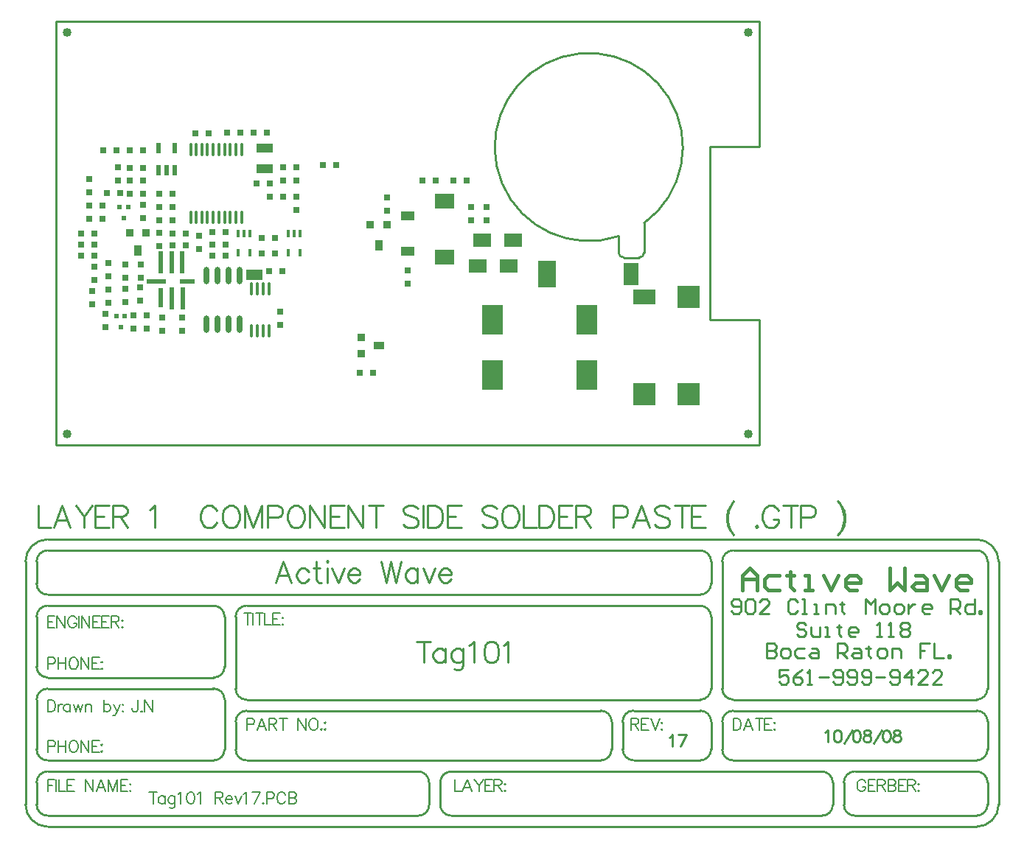
<source format=gtp>
%FSLAX23Y23*%
%MOIN*%
G70*
G01*
G75*
G04 Layer_Color=8421504*
%ADD10R,0.080X0.060*%
%ADD11R,0.091X0.067*%
%ADD12R,0.030X0.030*%
%ADD13R,0.030X0.030*%
%ADD14R,0.024X0.024*%
%ADD15R,0.098X0.138*%
%ADD16R,0.020X0.050*%
%ADD17R,0.080X0.120*%
%ADD18R,0.070X0.100*%
%ADD19R,0.100X0.070*%
%ADD20O,0.016X0.060*%
%ADD21R,0.014X0.035*%
%ADD22R,0.025X0.030*%
%ADD23R,0.100X0.100*%
%ADD24R,0.064X0.044*%
%ADD25R,0.014X0.035*%
%ADD26R,0.090X0.024*%
%ADD27R,0.024X0.100*%
%ADD28R,0.070X0.024*%
%ADD29R,0.024X0.090*%
%ADD30O,0.016X0.060*%
%ADD31R,0.075X0.043*%
%ADD32R,0.036X0.036*%
%ADD33R,0.036X0.050*%
%ADD34C,0.040*%
%ADD35R,0.074X0.045*%
%ADD36R,0.036X0.036*%
%ADD37R,0.050X0.036*%
%ADD38O,0.024X0.080*%
%ADD39C,0.015*%
%ADD40C,0.040*%
%ADD41C,0.006*%
%ADD42C,0.025*%
%ADD43C,0.010*%
%ADD44C,0.030*%
%ADD45C,0.012*%
%ADD46C,0.016*%
%ADD47C,0.014*%
%ADD48C,0.020*%
%ADD49C,0.008*%
%ADD50C,0.074*%
%ADD51C,0.005*%
%ADD52C,0.009*%
%ADD53C,0.062*%
%ADD54C,0.195*%
%ADD55C,0.070*%
%ADD56C,0.100*%
%ADD57C,0.122*%
%ADD58R,0.050X0.050*%
%ADD59C,0.028*%
%ADD60R,0.070X0.070*%
%ADD61R,0.062X0.062*%
%ADD62C,0.006*%
%ADD63C,0.010*%
D10*
X2015Y875D02*
D03*
X1875D02*
D03*
X1995Y760D02*
D03*
X1855D02*
D03*
D11*
X1705Y799D02*
D03*
Y1051D02*
D03*
D12*
X1825Y965D02*
D03*
Y1025D02*
D03*
X1895Y965D02*
D03*
Y1025D02*
D03*
X159Y972D02*
D03*
X476Y1026D02*
D03*
Y966D02*
D03*
X976Y1146D02*
D03*
Y1206D02*
D03*
X416Y966D02*
D03*
X1540Y680D02*
D03*
X416Y1026D02*
D03*
X596Y836D02*
D03*
Y896D02*
D03*
X99Y1092D02*
D03*
Y1152D02*
D03*
X185Y591D02*
D03*
Y651D02*
D03*
X1540Y740D02*
D03*
X159Y1032D02*
D03*
X342Y975D02*
D03*
Y1035D02*
D03*
X99Y972D02*
D03*
Y1032D02*
D03*
X229Y1207D02*
D03*
Y1147D02*
D03*
X961Y553D02*
D03*
X331Y706D02*
D03*
X430Y527D02*
D03*
X1035Y1146D02*
D03*
X1445Y1070D02*
D03*
X416Y848D02*
D03*
X124Y755D02*
D03*
X171Y541D02*
D03*
X111Y587D02*
D03*
X186Y711D02*
D03*
X111Y647D02*
D03*
X124Y695D02*
D03*
X330Y601D02*
D03*
X430Y467D02*
D03*
X520D02*
D03*
X186Y771D02*
D03*
X261Y595D02*
D03*
Y706D02*
D03*
Y655D02*
D03*
X330Y661D02*
D03*
X416Y908D02*
D03*
X1035Y1206D02*
D03*
X331Y766D02*
D03*
X961Y493D02*
D03*
X171Y481D02*
D03*
X520Y527D02*
D03*
X261Y766D02*
D03*
X1445Y1010D02*
D03*
X1036Y1011D02*
D03*
Y1071D02*
D03*
D13*
X1605Y1145D02*
D03*
X124Y855D02*
D03*
Y805D02*
D03*
Y904D02*
D03*
X1665Y1145D02*
D03*
X1745D02*
D03*
X1155Y1215D02*
D03*
X1215D02*
D03*
X940Y885D02*
D03*
X880D02*
D03*
Y815D02*
D03*
X940D02*
D03*
X161Y1281D02*
D03*
X221D02*
D03*
X580Y1360D02*
D03*
X916Y1071D02*
D03*
X976D02*
D03*
X901Y1361D02*
D03*
X841D02*
D03*
X856Y1131D02*
D03*
X916D02*
D03*
X716Y856D02*
D03*
X656D02*
D03*
Y806D02*
D03*
X716D02*
D03*
X476Y851D02*
D03*
X536D02*
D03*
Y906D02*
D03*
X476D02*
D03*
X971Y736D02*
D03*
X911D02*
D03*
X1324Y277D02*
D03*
X1384D02*
D03*
X476Y1086D02*
D03*
X416D02*
D03*
X342Y1203D02*
D03*
Y1145D02*
D03*
Y1085D02*
D03*
X64Y855D02*
D03*
Y805D02*
D03*
X180Y1088D02*
D03*
X281Y1281D02*
D03*
X240Y1088D02*
D03*
X282Y1085D02*
D03*
Y1203D02*
D03*
Y1145D02*
D03*
X359Y534D02*
D03*
X299D02*
D03*
X360Y477D02*
D03*
X640Y1360D02*
D03*
X341Y1281D02*
D03*
X721Y1361D02*
D03*
X300Y477D02*
D03*
X781Y1361D02*
D03*
X1805Y1145D02*
D03*
X64Y904D02*
D03*
D14*
X257Y974D02*
D03*
X237Y1025D02*
D03*
X276D02*
D03*
X221Y533D02*
D03*
X260D02*
D03*
X241Y482D02*
D03*
D15*
X2348Y516D02*
D03*
X1922D02*
D03*
X2348Y264D02*
D03*
X1922D02*
D03*
D16*
X411Y1191D02*
D03*
Y1291D02*
D03*
X486D02*
D03*
X448Y1191D02*
D03*
X486D02*
D03*
D17*
X2168Y722D02*
D03*
D18*
X2548D02*
D03*
D19*
X2610Y620D02*
D03*
D20*
X609Y979D02*
D03*
X711D02*
D03*
X558D02*
D03*
X583Y1286D02*
D03*
X609D02*
D03*
X762D02*
D03*
X660D02*
D03*
X583Y979D02*
D03*
X558Y1286D02*
D03*
X788D02*
D03*
X762Y979D02*
D03*
X737D02*
D03*
X711Y1286D02*
D03*
X686Y979D02*
D03*
X660D02*
D03*
X737Y1286D02*
D03*
X634D02*
D03*
X788Y979D02*
D03*
X686Y1286D02*
D03*
X634Y979D02*
D03*
D21*
X1052Y904D02*
D03*
D22*
X655Y913D02*
D03*
X715D02*
D03*
D23*
X2610Y180D02*
D03*
X2810D02*
D03*
Y620D02*
D03*
D24*
X1540Y987D02*
D03*
Y827D02*
D03*
D25*
X1052Y818D02*
D03*
X1000D02*
D03*
X1026Y904D02*
D03*
X1000D02*
D03*
X825D02*
D03*
Y818D02*
D03*
X773D02*
D03*
Y904D02*
D03*
X799D02*
D03*
D26*
X401Y690D02*
D03*
D27*
X421Y774D02*
D03*
X471D02*
D03*
X520Y775D02*
D03*
X521Y612D02*
D03*
X471D02*
D03*
D28*
X543Y690D02*
D03*
D29*
X421Y617D02*
D03*
D30*
X860Y654D02*
D03*
X911Y467D02*
D03*
X885Y654D02*
D03*
X911D02*
D03*
X834Y467D02*
D03*
X885D02*
D03*
X860D02*
D03*
X834Y654D02*
D03*
D31*
X891Y1293D02*
D03*
Y1199D02*
D03*
D32*
X356Y908D02*
D03*
X281D02*
D03*
X1370Y945D02*
D03*
X1445D02*
D03*
D33*
X318Y828D02*
D03*
X1408Y851D02*
D03*
D34*
X0Y0D02*
D03*
X3080Y1815D02*
D03*
X0D02*
D03*
X3080Y0D02*
D03*
D35*
X846Y718D02*
D03*
D36*
X1329Y362D02*
D03*
Y437D02*
D03*
D37*
X1409Y399D02*
D03*
D38*
X628Y495D02*
D03*
X678D02*
D03*
X728D02*
D03*
X628Y715D02*
D03*
X728D02*
D03*
X778D02*
D03*
X678D02*
D03*
X778Y495D02*
D03*
D39*
X3053Y-708D02*
Y-641D01*
X3086Y-608D01*
X3119Y-641D01*
Y-708D01*
Y-658D01*
X3053D01*
X3219Y-641D02*
X3169D01*
X3152Y-658D01*
Y-691D01*
X3169Y-708D01*
X3219D01*
X3269Y-625D02*
Y-641D01*
X3252D01*
X3286D01*
X3269D01*
Y-691D01*
X3286Y-708D01*
X3336D02*
X3369D01*
X3352D01*
Y-641D01*
X3336D01*
X3419D02*
X3452Y-708D01*
X3486Y-641D01*
X3569Y-708D02*
X3536D01*
X3519Y-691D01*
Y-658D01*
X3536Y-641D01*
X3569D01*
X3586Y-658D01*
Y-675D01*
X3519D01*
X3719Y-608D02*
Y-708D01*
X3752Y-675D01*
X3786Y-708D01*
Y-608D01*
X3836Y-641D02*
X3869D01*
X3886Y-658D01*
Y-708D01*
X3836D01*
X3819Y-691D01*
X3836Y-675D01*
X3886D01*
X3919Y-641D02*
X3952Y-708D01*
X3986Y-641D01*
X4069Y-708D02*
X4036D01*
X4019Y-691D01*
Y-658D01*
X4036Y-641D01*
X4069D01*
X4086Y-658D01*
Y-675D01*
X4019D01*
D43*
X-130Y-325D02*
Y-425D01*
X-73D01*
X14D02*
X-24Y-325D01*
X-62Y-425D01*
X-48Y-392D02*
X-0D01*
X38Y-325D02*
X76Y-373D01*
Y-425D01*
X114Y-325D02*
X76Y-373D01*
X189Y-325D02*
X127D01*
Y-425D01*
X189D01*
X127Y-373D02*
X165D01*
X205Y-325D02*
Y-425D01*
Y-325D02*
X248D01*
X262Y-330D01*
X267Y-335D01*
X272Y-344D01*
Y-354D01*
X267Y-363D01*
X262Y-368D01*
X248Y-373D01*
X205D01*
X238D02*
X272Y-425D01*
X373Y-344D02*
X382Y-339D01*
X397Y-325D01*
Y-425D01*
X675Y-349D02*
X670Y-339D01*
X660Y-330D01*
X651Y-325D01*
X632D01*
X622Y-330D01*
X613Y-339D01*
X608Y-349D01*
X603Y-363D01*
Y-387D01*
X608Y-401D01*
X613Y-411D01*
X622Y-420D01*
X632Y-425D01*
X651D01*
X660Y-420D01*
X670Y-411D01*
X675Y-401D01*
X731Y-325D02*
X722Y-330D01*
X712Y-339D01*
X707Y-349D01*
X703Y-363D01*
Y-387D01*
X707Y-401D01*
X712Y-411D01*
X722Y-420D01*
X731Y-425D01*
X750D01*
X760Y-420D01*
X769Y-411D01*
X774Y-401D01*
X779Y-387D01*
Y-363D01*
X774Y-349D01*
X769Y-339D01*
X760Y-330D01*
X750Y-325D01*
X731D01*
X802D02*
Y-425D01*
Y-325D02*
X840Y-425D01*
X878Y-325D02*
X840Y-425D01*
X878Y-325D02*
Y-425D01*
X907Y-377D02*
X950D01*
X964Y-373D01*
X969Y-368D01*
X974Y-358D01*
Y-344D01*
X969Y-335D01*
X964Y-330D01*
X950Y-325D01*
X907D01*
Y-425D01*
X1025Y-325D02*
X1015Y-330D01*
X1005Y-339D01*
X1001Y-349D01*
X996Y-363D01*
Y-387D01*
X1001Y-401D01*
X1005Y-411D01*
X1015Y-420D01*
X1025Y-425D01*
X1044D01*
X1053Y-420D01*
X1063Y-411D01*
X1067Y-401D01*
X1072Y-387D01*
Y-363D01*
X1067Y-349D01*
X1063Y-339D01*
X1053Y-330D01*
X1044Y-325D01*
X1025D01*
X1095D02*
Y-425D01*
Y-325D02*
X1162Y-425D01*
Y-325D02*
Y-425D01*
X1252Y-325D02*
X1190D01*
Y-425D01*
X1252D01*
X1190Y-373D02*
X1228D01*
X1268Y-325D02*
Y-425D01*
Y-325D02*
X1335Y-425D01*
Y-325D02*
Y-425D01*
X1396Y-325D02*
Y-425D01*
X1363Y-325D02*
X1429D01*
X1586Y-339D02*
X1577Y-330D01*
X1562Y-325D01*
X1543D01*
X1529Y-330D01*
X1520Y-339D01*
Y-349D01*
X1524Y-358D01*
X1529Y-363D01*
X1539Y-368D01*
X1567Y-377D01*
X1577Y-382D01*
X1582Y-387D01*
X1586Y-396D01*
Y-411D01*
X1577Y-420D01*
X1562Y-425D01*
X1543D01*
X1529Y-420D01*
X1520Y-411D01*
X1609Y-325D02*
Y-425D01*
X1630Y-325D02*
Y-425D01*
Y-325D02*
X1663D01*
X1677Y-330D01*
X1687Y-339D01*
X1692Y-349D01*
X1696Y-363D01*
Y-387D01*
X1692Y-401D01*
X1687Y-411D01*
X1677Y-420D01*
X1663Y-425D01*
X1630D01*
X1781Y-325D02*
X1719D01*
Y-425D01*
X1781D01*
X1719Y-373D02*
X1757D01*
X1942Y-339D02*
X1933Y-330D01*
X1919Y-325D01*
X1900D01*
X1885Y-330D01*
X1876Y-339D01*
Y-349D01*
X1881Y-358D01*
X1885Y-363D01*
X1895Y-368D01*
X1923Y-377D01*
X1933Y-382D01*
X1938Y-387D01*
X1942Y-396D01*
Y-411D01*
X1933Y-420D01*
X1919Y-425D01*
X1900D01*
X1885Y-420D01*
X1876Y-411D01*
X1993Y-325D02*
X1984Y-330D01*
X1974Y-339D01*
X1970Y-349D01*
X1965Y-363D01*
Y-387D01*
X1970Y-401D01*
X1974Y-411D01*
X1984Y-420D01*
X1993Y-425D01*
X2012D01*
X2022Y-420D01*
X2031Y-411D01*
X2036Y-401D01*
X2041Y-387D01*
Y-363D01*
X2036Y-349D01*
X2031Y-339D01*
X2022Y-330D01*
X2012Y-325D01*
X1993D01*
X2064D02*
Y-425D01*
X2121D01*
X2132Y-325D02*
Y-425D01*
Y-325D02*
X2166D01*
X2180Y-330D01*
X2190Y-339D01*
X2194Y-349D01*
X2199Y-363D01*
Y-387D01*
X2194Y-401D01*
X2190Y-411D01*
X2180Y-420D01*
X2166Y-425D01*
X2132D01*
X2283Y-325D02*
X2221D01*
Y-425D01*
X2283D01*
X2221Y-373D02*
X2259D01*
X2300Y-325D02*
Y-425D01*
Y-325D02*
X2343D01*
X2357Y-330D01*
X2362Y-335D01*
X2367Y-344D01*
Y-354D01*
X2362Y-363D01*
X2357Y-368D01*
X2343Y-373D01*
X2300D01*
X2333D02*
X2367Y-425D01*
X2468Y-377D02*
X2510D01*
X2525Y-373D01*
X2529Y-368D01*
X2534Y-358D01*
Y-344D01*
X2529Y-335D01*
X2525Y-330D01*
X2510Y-325D01*
X2468D01*
Y-425D01*
X2633D02*
X2595Y-325D01*
X2557Y-425D01*
X2571Y-392D02*
X2618D01*
X2723Y-339D02*
X2713Y-330D01*
X2699Y-325D01*
X2680D01*
X2666Y-330D01*
X2656Y-339D01*
Y-349D01*
X2661Y-358D01*
X2666Y-363D01*
X2675Y-368D01*
X2704Y-377D01*
X2713Y-382D01*
X2718Y-387D01*
X2723Y-396D01*
Y-411D01*
X2713Y-420D01*
X2699Y-425D01*
X2680D01*
X2666Y-420D01*
X2656Y-411D01*
X2778Y-325D02*
Y-425D01*
X2745Y-325D02*
X2812D01*
X2886D02*
X2824D01*
Y-425D01*
X2886D01*
X2824Y-373D02*
X2862D01*
X3014Y-306D02*
X3005Y-315D01*
X2995Y-330D01*
X2986Y-349D01*
X2981Y-373D01*
Y-392D01*
X2986Y-415D01*
X2995Y-435D01*
X3005Y-449D01*
X3014Y-458D01*
X3005Y-315D02*
X2995Y-335D01*
X2990Y-349D01*
X2986Y-373D01*
Y-392D01*
X2990Y-415D01*
X2995Y-430D01*
X3005Y-449D01*
X3116Y-415D02*
X3112Y-420D01*
X3116Y-425D01*
X3121Y-420D01*
X3116Y-415D01*
X3215Y-349D02*
X3210Y-339D01*
X3200Y-330D01*
X3191Y-325D01*
X3172D01*
X3162Y-330D01*
X3153Y-339D01*
X3148Y-349D01*
X3143Y-363D01*
Y-387D01*
X3148Y-401D01*
X3153Y-411D01*
X3162Y-420D01*
X3172Y-425D01*
X3191D01*
X3200Y-420D01*
X3210Y-411D01*
X3215Y-401D01*
Y-387D01*
X3191D02*
X3215D01*
X3271Y-325D02*
Y-425D01*
X3237Y-325D02*
X3304D01*
X3316Y-377D02*
X3359D01*
X3373Y-373D01*
X3378Y-368D01*
X3383Y-358D01*
Y-344D01*
X3378Y-335D01*
X3373Y-330D01*
X3359Y-325D01*
X3316D01*
Y-425D01*
X3484Y-306D02*
X3493Y-315D01*
X3503Y-330D01*
X3512Y-349D01*
X3517Y-373D01*
Y-392D01*
X3512Y-415D01*
X3503Y-435D01*
X3493Y-449D01*
X3484Y-458D01*
X3493Y-315D02*
X3503Y-335D01*
X3507Y-349D01*
X3512Y-373D01*
Y-392D01*
X3507Y-415D01*
X3503Y-430D01*
X3493Y-449D01*
X2493Y820D02*
G03*
X2516Y797I23J0D01*
G01*
X2585D02*
G03*
X2608Y820I0J23D01*
G01*
X2608Y953D02*
G03*
X2493Y894I-250J344D01*
G01*
X2493Y820D02*
Y894D01*
X2516Y797D02*
X2585D01*
X2608Y820D02*
Y953D01*
X-50Y1865D02*
X3130D01*
Y1300D02*
Y1865D01*
X2905Y620D02*
Y1229D01*
X3130Y-50D02*
Y514D01*
X-50Y-50D02*
X3130D01*
X-50D02*
Y1865D01*
X2990Y514D02*
X3130D01*
X2905D02*
Y630D01*
Y514D02*
X3020D01*
X2905Y1215D02*
Y1300D01*
X3130D01*
X4161Y-1302D02*
G03*
X4112Y-1253I-49J0D01*
G01*
X3011D02*
G03*
X2961Y-1303I0J-50D01*
G01*
X4111Y-1203D02*
G03*
X4161Y-1153I0J50D01*
G01*
X2961D02*
G03*
X3011Y-1203I50J0D01*
G01*
X-89Y-478D02*
G03*
X-189Y-578I0J-100D01*
G01*
Y-1677D02*
G03*
X-90Y-1778I101J0D01*
G01*
X4111Y-1778D02*
G03*
X4211Y-1678I0J100D01*
G01*
Y-578D02*
G03*
X4111Y-478I-100J0D01*
G01*
X4161Y-577D02*
G03*
X4110Y-528I-49J0D01*
G01*
X4111Y-1478D02*
G03*
X4161Y-1428I0J50D01*
G01*
X4161Y-1577D02*
G03*
X4111Y-1528I-50J-1D01*
G01*
Y-1728D02*
G03*
X4161Y-1678I0J50D01*
G01*
X2861Y-1478D02*
G03*
X2911Y-1428I0J50D01*
G01*
X2961Y-1429D02*
G03*
X3011Y-1478I49J0D01*
G01*
X2911Y-1302D02*
G03*
X2862Y-1253I-49J0D01*
G01*
X-139Y-1678D02*
G03*
X-90Y-1728I50J0D01*
G01*
X2862Y-1203D02*
G03*
X2911Y-1153I-1J50D01*
G01*
X-89Y-1528D02*
G03*
X-139Y-1578I0J-50D01*
G01*
X2911Y-828D02*
G03*
X2861Y-778I-50J0D01*
G01*
Y-728D02*
G03*
X2911Y-678I0J50D01*
G01*
X3011Y-528D02*
G03*
X2961Y-578I0J-50D01*
G01*
X2911D02*
G03*
X2861Y-528I-50J0D01*
G01*
X-89D02*
G03*
X-139Y-578I0J-50D01*
G01*
Y-678D02*
G03*
X-89Y-728I50J0D01*
G01*
Y-778D02*
G03*
X-139Y-828I0J-50D01*
G01*
Y-1053D02*
G03*
X-89Y-1103I50J0D01*
G01*
Y-1153D02*
G03*
X-139Y-1203I0J-50D01*
G01*
Y-1428D02*
G03*
X-90Y-1478I50J0D01*
G01*
X811Y-778D02*
G03*
X761Y-828I0J-50D01*
G01*
X811Y-1253D02*
G03*
X761Y-1303I0J-50D01*
G01*
X2559Y-1253D02*
G03*
X2511Y-1304I0J-48D01*
G01*
X2511Y-1427D02*
G03*
X2561Y-1478I51J0D01*
G01*
X2412Y-1478D02*
G03*
X2461Y-1428I0J49D01*
G01*
X2461Y-1302D02*
G03*
X2412Y-1253I-49J0D01*
G01*
X662Y-1478D02*
G03*
X711Y-1429I0J49D01*
G01*
X761D02*
G03*
X810Y-1478I49J0D01*
G01*
X761Y-1154D02*
G03*
X810Y-1203I49J0D01*
G01*
X711Y-1202D02*
G03*
X660Y-1153I-49J0D01*
G01*
X663Y-1103D02*
G03*
X711Y-1055I0J48D01*
G01*
Y-827D02*
G03*
X662Y-778I-49J0D01*
G01*
X3561Y-1528D02*
G03*
X3511Y-1578I0J-50D01*
G01*
Y-1679D02*
G03*
X3561Y-1728I49J0D01*
G01*
X3412Y-1728D02*
G03*
X3461Y-1679I1J48D01*
G01*
X3461Y-1578D02*
G03*
X3411Y-1528I-50J0D01*
G01*
X1686Y-1678D02*
G03*
X1735Y-1728I50J0D01*
G01*
X1736Y-1528D02*
G03*
X1686Y-1578I0J-50D01*
G01*
X1587Y-1728D02*
G03*
X1636Y-1679I1J48D01*
G01*
X1636Y-1578D02*
G03*
X1586Y-1528I-50J0D01*
G01*
X4161Y-1428D02*
Y-1302D01*
X2961Y-1428D02*
Y-1303D01*
X4161Y-1153D02*
Y-578D01*
X2961Y-1153D02*
Y-578D01*
X-189Y-1678D02*
Y-578D01*
X-139Y-1678D02*
Y-1578D01*
X4161Y-1678D02*
Y-1578D01*
X2911Y-1428D02*
Y-1303D01*
X2511Y-1428D02*
Y-1303D01*
X761Y-1428D02*
Y-1303D01*
X2461Y-1428D02*
Y-1303D01*
X761Y-1153D02*
Y-828D01*
X2911Y-1153D02*
Y-828D01*
Y-678D02*
Y-578D01*
X-139Y-678D02*
Y-578D01*
X711Y-1053D02*
Y-828D01*
X-139Y-1053D02*
Y-828D01*
X711Y-1428D02*
Y-1203D01*
X-139Y-1428D02*
Y-1203D01*
X4211Y-1678D02*
Y-578D01*
X3511Y-1678D02*
Y-1578D01*
X3461Y-1678D02*
Y-1578D01*
X1686Y-1678D02*
Y-1578D01*
X1636Y-1678D02*
Y-1578D01*
X3011Y-1253D02*
X4111D01*
X3011Y-1203D02*
X4111D01*
X811D02*
X2861D01*
X3011Y-528D02*
X4111D01*
X3011Y-1478D02*
X4111D01*
X2561Y-1253D02*
X2861D01*
X2561Y-1478D02*
X2861D01*
X811D02*
X2411D01*
X811Y-1253D02*
X2411D01*
X811Y-778D02*
X2861D01*
X-89Y-728D02*
X2861D01*
X-89Y-778D02*
X661D01*
X-89Y-1103D02*
X661D01*
X-89Y-1153D02*
X661D01*
X-89Y-1478D02*
X661D01*
X-89Y-478D02*
X4111D01*
X-89Y-1778D02*
X4111D01*
X-89Y-528D02*
X2861D01*
X3561Y-1528D02*
X4111D01*
X3561Y-1728D02*
X4111D01*
X1736Y-1528D02*
X3411D01*
X-89D02*
X1586D01*
X-89Y-1728D02*
X1586D01*
X1736D02*
X3411D01*
X3340Y-865D02*
X3330Y-854D01*
X3308D01*
X3298Y-865D01*
Y-875D01*
X3308Y-886D01*
X3330D01*
X3340Y-897D01*
Y-907D01*
X3330Y-918D01*
X3308D01*
X3298Y-907D01*
X3362Y-875D02*
Y-907D01*
X3372Y-918D01*
X3404D01*
Y-875D01*
X3425Y-918D02*
X3447D01*
X3436D01*
Y-875D01*
X3425D01*
X3489Y-865D02*
Y-875D01*
X3479D01*
X3500D01*
X3489D01*
Y-907D01*
X3500Y-918D01*
X3564D02*
X3543D01*
X3532Y-907D01*
Y-886D01*
X3543Y-875D01*
X3564D01*
X3575Y-886D01*
Y-897D01*
X3532D01*
X3660Y-918D02*
X3681D01*
X3671D01*
Y-854D01*
X3660Y-865D01*
X3713Y-918D02*
X3735D01*
X3724D01*
Y-854D01*
X3713Y-865D01*
X3767D02*
X3777Y-854D01*
X3799D01*
X3809Y-865D01*
Y-875D01*
X3799Y-886D01*
X3809Y-897D01*
Y-907D01*
X3799Y-918D01*
X3777D01*
X3767Y-907D01*
Y-897D01*
X3777Y-886D01*
X3767Y-875D01*
Y-865D01*
X3777Y-886D02*
X3799D01*
X3260Y-1069D02*
X3218D01*
Y-1101D01*
X3239Y-1090D01*
X3250D01*
X3260Y-1101D01*
Y-1122D01*
X3250Y-1133D01*
X3228D01*
X3218Y-1122D01*
X3324Y-1069D02*
X3303Y-1080D01*
X3282Y-1101D01*
Y-1122D01*
X3292Y-1133D01*
X3313D01*
X3324Y-1122D01*
Y-1112D01*
X3313Y-1101D01*
X3282D01*
X3345Y-1133D02*
X3367D01*
X3356D01*
Y-1069D01*
X3345Y-1080D01*
X3399Y-1101D02*
X3441D01*
X3463Y-1122D02*
X3473Y-1133D01*
X3495D01*
X3505Y-1122D01*
Y-1080D01*
X3495Y-1069D01*
X3473D01*
X3463Y-1080D01*
Y-1090D01*
X3473Y-1101D01*
X3505D01*
X3527Y-1122D02*
X3537Y-1133D01*
X3559D01*
X3569Y-1122D01*
Y-1080D01*
X3559Y-1069D01*
X3537D01*
X3527Y-1080D01*
Y-1090D01*
X3537Y-1101D01*
X3569D01*
X3591Y-1122D02*
X3601Y-1133D01*
X3623D01*
X3633Y-1122D01*
Y-1080D01*
X3623Y-1069D01*
X3601D01*
X3591Y-1080D01*
Y-1090D01*
X3601Y-1101D01*
X3633D01*
X3655D02*
X3697D01*
X3719Y-1122D02*
X3729Y-1133D01*
X3751D01*
X3761Y-1122D01*
Y-1080D01*
X3751Y-1069D01*
X3729D01*
X3719Y-1080D01*
Y-1090D01*
X3729Y-1101D01*
X3761D01*
X3815Y-1133D02*
Y-1069D01*
X3783Y-1101D01*
X3825D01*
X3889Y-1133D02*
X3847D01*
X3889Y-1090D01*
Y-1080D01*
X3879Y-1069D01*
X3857D01*
X3847Y-1080D01*
X3953Y-1133D02*
X3911D01*
X3953Y-1090D01*
Y-1080D01*
X3943Y-1069D01*
X3921D01*
X3911Y-1080D01*
X3003Y-802D02*
X3013Y-813D01*
X3035D01*
X3045Y-802D01*
Y-760D01*
X3035Y-749D01*
X3013D01*
X3003Y-760D01*
Y-770D01*
X3013Y-781D01*
X3045D01*
X3067Y-760D02*
X3077Y-749D01*
X3098D01*
X3109Y-760D01*
Y-802D01*
X3098Y-813D01*
X3077D01*
X3067Y-802D01*
Y-760D01*
X3173Y-813D02*
X3130D01*
X3173Y-770D01*
Y-760D01*
X3162Y-749D01*
X3141D01*
X3130Y-760D01*
X3301D02*
X3290Y-749D01*
X3269D01*
X3258Y-760D01*
Y-802D01*
X3269Y-813D01*
X3290D01*
X3301Y-802D01*
X3322Y-813D02*
X3344D01*
X3333D01*
Y-749D01*
X3322D01*
X3376Y-813D02*
X3397D01*
X3386D01*
Y-770D01*
X3376D01*
X3429Y-813D02*
Y-770D01*
X3461D01*
X3472Y-781D01*
Y-813D01*
X3504Y-760D02*
Y-770D01*
X3493D01*
X3514D01*
X3504D01*
Y-802D01*
X3514Y-813D01*
X3610D02*
Y-749D01*
X3632Y-770D01*
X3653Y-749D01*
Y-813D01*
X3685D02*
X3706D01*
X3717Y-802D01*
Y-781D01*
X3706Y-770D01*
X3685D01*
X3674Y-781D01*
Y-802D01*
X3685Y-813D01*
X3749D02*
X3770D01*
X3781Y-802D01*
Y-781D01*
X3770Y-770D01*
X3749D01*
X3738Y-781D01*
Y-802D01*
X3749Y-813D01*
X3802Y-770D02*
Y-813D01*
Y-792D01*
X3813Y-781D01*
X3824Y-770D01*
X3834D01*
X3898Y-813D02*
X3877D01*
X3866Y-802D01*
Y-781D01*
X3877Y-770D01*
X3898D01*
X3909Y-781D01*
Y-792D01*
X3866D01*
X3994Y-813D02*
Y-749D01*
X4026D01*
X4037Y-760D01*
Y-781D01*
X4026Y-792D01*
X3994D01*
X4016D02*
X4037Y-813D01*
X4101Y-749D02*
Y-813D01*
X4069D01*
X4058Y-802D01*
Y-781D01*
X4069Y-770D01*
X4101D01*
X4122Y-813D02*
Y-802D01*
X4133D01*
Y-813D01*
X4122D01*
X3163Y-949D02*
Y-1013D01*
X3195D01*
X3205Y-1002D01*
Y-992D01*
X3195Y-981D01*
X3163D01*
X3195D01*
X3205Y-970D01*
Y-960D01*
X3195Y-949D01*
X3163D01*
X3237Y-1013D02*
X3258D01*
X3269Y-1002D01*
Y-981D01*
X3258Y-970D01*
X3237D01*
X3227Y-981D01*
Y-1002D01*
X3237Y-1013D01*
X3333Y-970D02*
X3301D01*
X3290Y-981D01*
Y-1002D01*
X3301Y-1013D01*
X3333D01*
X3365Y-970D02*
X3386D01*
X3397Y-981D01*
Y-1013D01*
X3365D01*
X3354Y-1002D01*
X3365Y-992D01*
X3397D01*
X3482Y-1013D02*
Y-949D01*
X3514D01*
X3525Y-960D01*
Y-981D01*
X3514Y-992D01*
X3482D01*
X3504D02*
X3525Y-1013D01*
X3557Y-970D02*
X3578D01*
X3589Y-981D01*
Y-1013D01*
X3557D01*
X3546Y-1002D01*
X3557Y-992D01*
X3589D01*
X3621Y-960D02*
Y-970D01*
X3610D01*
X3632D01*
X3621D01*
Y-1002D01*
X3632Y-1013D01*
X3674D02*
X3696D01*
X3706Y-1002D01*
Y-981D01*
X3696Y-970D01*
X3674D01*
X3664Y-981D01*
Y-1002D01*
X3674Y-1013D01*
X3728D02*
Y-970D01*
X3760D01*
X3770Y-981D01*
Y-1013D01*
X3898Y-949D02*
X3856D01*
Y-981D01*
X3877D01*
X3856D01*
Y-1013D01*
X3920Y-949D02*
Y-1013D01*
X3962D01*
X3984D02*
Y-1002D01*
X3994D01*
Y-1013D01*
X3984D01*
D49*
X319Y-1206D02*
Y-1247D01*
X317Y-1254D01*
X314Y-1257D01*
X309Y-1259D01*
X304D01*
X299Y-1257D01*
X296Y-1254D01*
X294Y-1247D01*
Y-1241D01*
X336Y-1254D02*
X333Y-1257D01*
X336Y-1259D01*
X338Y-1257D01*
X336Y-1254D01*
X350Y-1206D02*
Y-1259D01*
Y-1206D02*
X385Y-1259D01*
Y-1206D02*
Y-1259D01*
D51*
X388Y-1622D02*
Y-1675D01*
X370Y-1622D02*
X406D01*
X442Y-1639D02*
Y-1675D01*
Y-1647D02*
X437Y-1642D01*
X432Y-1639D01*
X425D01*
X420Y-1642D01*
X414Y-1647D01*
X412Y-1655D01*
Y-1660D01*
X414Y-1667D01*
X420Y-1672D01*
X425Y-1675D01*
X432D01*
X437Y-1672D01*
X442Y-1667D01*
X487Y-1639D02*
Y-1680D01*
X485Y-1688D01*
X482Y-1690D01*
X477Y-1693D01*
X469D01*
X464Y-1690D01*
X487Y-1647D02*
X482Y-1642D01*
X477Y-1639D01*
X469D01*
X464Y-1642D01*
X459Y-1647D01*
X457Y-1655D01*
Y-1660D01*
X459Y-1667D01*
X464Y-1672D01*
X469Y-1675D01*
X477D01*
X482Y-1672D01*
X487Y-1667D01*
X501Y-1632D02*
X506Y-1629D01*
X514Y-1622D01*
Y-1675D01*
X556Y-1622D02*
X548Y-1624D01*
X543Y-1632D01*
X540Y-1645D01*
Y-1652D01*
X543Y-1665D01*
X548Y-1672D01*
X556Y-1675D01*
X561D01*
X568Y-1672D01*
X573Y-1665D01*
X576Y-1652D01*
Y-1645D01*
X573Y-1632D01*
X568Y-1624D01*
X561Y-1622D01*
X556D01*
X588Y-1632D02*
X593Y-1629D01*
X601Y-1622D01*
Y-1675D01*
X669Y-1622D02*
Y-1675D01*
Y-1622D02*
X692D01*
X699Y-1624D01*
X702Y-1627D01*
X704Y-1632D01*
Y-1637D01*
X702Y-1642D01*
X699Y-1645D01*
X692Y-1647D01*
X669D01*
X687D02*
X704Y-1675D01*
X716Y-1655D02*
X747D01*
Y-1650D01*
X744Y-1645D01*
X742Y-1642D01*
X737Y-1639D01*
X729D01*
X724Y-1642D01*
X719Y-1647D01*
X716Y-1655D01*
Y-1660D01*
X719Y-1667D01*
X724Y-1672D01*
X729Y-1675D01*
X737D01*
X742Y-1672D01*
X747Y-1667D01*
X758Y-1639D02*
X773Y-1675D01*
X789Y-1639D02*
X773Y-1675D01*
X797Y-1632D02*
X802Y-1629D01*
X810Y-1622D01*
Y-1675D01*
X872Y-1622D02*
X847Y-1675D01*
X836Y-1622D02*
X872D01*
X886Y-1670D02*
X884Y-1672D01*
X886Y-1675D01*
X889Y-1672D01*
X886Y-1670D01*
X901Y-1650D02*
X924D01*
X931Y-1647D01*
X934Y-1645D01*
X936Y-1639D01*
Y-1632D01*
X934Y-1627D01*
X931Y-1624D01*
X924Y-1622D01*
X901D01*
Y-1675D01*
X986Y-1634D02*
X984Y-1629D01*
X979Y-1624D01*
X974Y-1622D01*
X963D01*
X958Y-1624D01*
X953Y-1629D01*
X951Y-1634D01*
X948Y-1642D01*
Y-1655D01*
X951Y-1662D01*
X953Y-1667D01*
X958Y-1672D01*
X963Y-1675D01*
X974D01*
X979Y-1672D01*
X984Y-1667D01*
X986Y-1662D01*
X1001Y-1622D02*
Y-1675D01*
Y-1622D02*
X1024D01*
X1032Y-1624D01*
X1034Y-1627D01*
X1037Y-1632D01*
Y-1637D01*
X1034Y-1642D01*
X1032Y-1645D01*
X1024Y-1647D01*
X1001D02*
X1024D01*
X1032Y-1650D01*
X1034Y-1652D01*
X1037Y-1657D01*
Y-1665D01*
X1034Y-1670D01*
X1032Y-1672D01*
X1024Y-1675D01*
X1001D01*
X3011Y-1287D02*
Y-1341D01*
Y-1287D02*
X3029D01*
X3036Y-1290D01*
X3041Y-1295D01*
X3044Y-1300D01*
X3046Y-1308D01*
Y-1320D01*
X3044Y-1328D01*
X3041Y-1333D01*
X3036Y-1338D01*
X3029Y-1341D01*
X3011D01*
X3099D02*
X3079Y-1287D01*
X3058Y-1341D01*
X3066Y-1323D02*
X3091D01*
X3129Y-1287D02*
Y-1341D01*
X3111Y-1287D02*
X3147D01*
X3186D02*
X3153D01*
Y-1341D01*
X3186D01*
X3153Y-1313D02*
X3174D01*
X3198Y-1305D02*
X3195Y-1308D01*
X3198Y-1310D01*
X3200Y-1308D01*
X3198Y-1305D01*
Y-1336D02*
X3195Y-1338D01*
X3198Y-1341D01*
X3200Y-1338D01*
X3198Y-1336D01*
X2548Y-1287D02*
Y-1341D01*
Y-1287D02*
X2571D01*
X2579Y-1290D01*
X2581Y-1292D01*
X2584Y-1298D01*
Y-1303D01*
X2581Y-1308D01*
X2579Y-1310D01*
X2571Y-1313D01*
X2548D01*
X2566D02*
X2584Y-1341D01*
X2629Y-1287D02*
X2596D01*
Y-1341D01*
X2629D01*
X2596Y-1313D02*
X2616D01*
X2638Y-1287D02*
X2658Y-1341D01*
X2678Y-1287D02*
X2658Y-1341D01*
X2688Y-1305D02*
X2685Y-1308D01*
X2688Y-1310D01*
X2690Y-1308D01*
X2688Y-1305D01*
Y-1336D02*
X2685Y-1338D01*
X2688Y-1341D01*
X2690Y-1338D01*
X2688Y-1336D01*
X-89Y-1040D02*
X-66D01*
X-59Y-1038D01*
X-56Y-1035D01*
X-54Y-1030D01*
Y-1023D01*
X-56Y-1017D01*
X-59Y-1015D01*
X-66Y-1012D01*
X-89D01*
Y-1066D01*
X-42Y-1012D02*
Y-1066D01*
X-6Y-1012D02*
Y-1066D01*
X-42Y-1038D02*
X-6D01*
X24Y-1012D02*
X19Y-1015D01*
X14Y-1020D01*
X11Y-1025D01*
X9Y-1033D01*
Y-1045D01*
X11Y-1053D01*
X14Y-1058D01*
X19Y-1063D01*
X24Y-1066D01*
X34D01*
X39Y-1063D01*
X44Y-1058D01*
X47Y-1053D01*
X49Y-1045D01*
Y-1033D01*
X47Y-1025D01*
X44Y-1020D01*
X39Y-1015D01*
X34Y-1012D01*
X24D01*
X62D02*
Y-1066D01*
Y-1012D02*
X97Y-1066D01*
Y-1012D02*
Y-1066D01*
X145Y-1012D02*
X112D01*
Y-1066D01*
X145D01*
X112Y-1038D02*
X132D01*
X156Y-1030D02*
X154Y-1033D01*
X156Y-1035D01*
X159Y-1033D01*
X156Y-1030D01*
Y-1061D02*
X154Y-1063D01*
X156Y-1066D01*
X159Y-1063D01*
X156Y-1061D01*
X-89Y-1415D02*
X-66D01*
X-59Y-1413D01*
X-56Y-1410D01*
X-54Y-1405D01*
Y-1398D01*
X-56Y-1392D01*
X-59Y-1390D01*
X-66Y-1387D01*
X-89D01*
Y-1441D01*
X-42Y-1387D02*
Y-1441D01*
X-6Y-1387D02*
Y-1441D01*
X-42Y-1413D02*
X-6D01*
X24Y-1387D02*
X19Y-1390D01*
X14Y-1395D01*
X11Y-1400D01*
X9Y-1408D01*
Y-1420D01*
X11Y-1428D01*
X14Y-1433D01*
X19Y-1438D01*
X24Y-1441D01*
X34D01*
X39Y-1438D01*
X44Y-1433D01*
X47Y-1428D01*
X49Y-1420D01*
Y-1408D01*
X47Y-1400D01*
X44Y-1395D01*
X39Y-1390D01*
X34Y-1387D01*
X24D01*
X62D02*
Y-1441D01*
Y-1387D02*
X97Y-1441D01*
Y-1387D02*
Y-1441D01*
X145Y-1387D02*
X112D01*
Y-1441D01*
X145D01*
X112Y-1413D02*
X132D01*
X156Y-1405D02*
X154Y-1408D01*
X156Y-1410D01*
X159Y-1408D01*
X156Y-1405D01*
Y-1436D02*
X154Y-1438D01*
X156Y-1441D01*
X159Y-1438D01*
X156Y-1436D01*
X1751Y-1565D02*
Y-1618D01*
X1781D01*
X1828D02*
X1808Y-1565D01*
X1787Y-1618D01*
X1795Y-1600D02*
X1820D01*
X1840Y-1565D02*
X1861Y-1590D01*
Y-1618D01*
X1881Y-1565D02*
X1861Y-1590D01*
X1921Y-1565D02*
X1888D01*
Y-1618D01*
X1921D01*
X1888Y-1590D02*
X1908D01*
X1930Y-1565D02*
Y-1618D01*
Y-1565D02*
X1953D01*
X1960Y-1567D01*
X1963Y-1570D01*
X1965Y-1575D01*
Y-1580D01*
X1963Y-1585D01*
X1960Y-1588D01*
X1953Y-1590D01*
X1930D01*
X1947D02*
X1965Y-1618D01*
X1980Y-1583D02*
X1977Y-1585D01*
X1980Y-1588D01*
X1982Y-1585D01*
X1980Y-1583D01*
Y-1613D02*
X1977Y-1616D01*
X1980Y-1618D01*
X1982Y-1616D01*
X1980Y-1613D01*
X-56Y-825D02*
X-89D01*
Y-878D01*
X-56D01*
X-89Y-850D02*
X-69D01*
X-47Y-825D02*
Y-878D01*
Y-825D02*
X-12Y-878D01*
Y-825D02*
Y-878D01*
X41Y-838D02*
X39Y-832D01*
X34Y-827D01*
X28Y-825D01*
X18D01*
X13Y-827D01*
X8Y-832D01*
X6Y-838D01*
X3Y-845D01*
Y-858D01*
X6Y-865D01*
X8Y-871D01*
X13Y-876D01*
X18Y-878D01*
X28D01*
X34Y-876D01*
X39Y-871D01*
X41Y-865D01*
Y-858D01*
X28D02*
X41D01*
X53Y-825D02*
Y-878D01*
X65Y-825D02*
Y-878D01*
Y-825D02*
X100Y-878D01*
Y-825D02*
Y-878D01*
X148Y-825D02*
X115D01*
Y-878D01*
X148D01*
X115Y-850D02*
X135D01*
X190Y-825D02*
X157D01*
Y-878D01*
X190D01*
X157Y-850D02*
X177D01*
X199Y-825D02*
Y-878D01*
Y-825D02*
X221D01*
X229Y-827D01*
X232Y-830D01*
X234Y-835D01*
Y-840D01*
X232Y-845D01*
X229Y-848D01*
X221Y-850D01*
X199D01*
X216D02*
X234Y-878D01*
X249Y-843D02*
X246Y-845D01*
X249Y-848D01*
X251Y-845D01*
X249Y-843D01*
Y-873D02*
X246Y-876D01*
X249Y-878D01*
X251Y-876D01*
X249Y-873D01*
X811Y-1315D02*
X834D01*
X841Y-1313D01*
X844Y-1310D01*
X846Y-1305D01*
Y-1298D01*
X844Y-1292D01*
X841Y-1290D01*
X834Y-1287D01*
X811D01*
Y-1341D01*
X899D02*
X879Y-1287D01*
X858Y-1341D01*
X866Y-1323D02*
X891D01*
X911Y-1287D02*
Y-1341D01*
Y-1287D02*
X934D01*
X942Y-1290D01*
X944Y-1292D01*
X947Y-1298D01*
Y-1303D01*
X944Y-1308D01*
X942Y-1310D01*
X934Y-1313D01*
X911D01*
X929D02*
X947Y-1341D01*
X977Y-1287D02*
Y-1341D01*
X959Y-1287D02*
X995D01*
X1043D02*
Y-1341D01*
Y-1287D02*
X1078Y-1341D01*
Y-1287D02*
Y-1341D01*
X1108Y-1287D02*
X1103Y-1290D01*
X1098Y-1295D01*
X1096Y-1300D01*
X1093Y-1308D01*
Y-1320D01*
X1096Y-1328D01*
X1098Y-1333D01*
X1103Y-1338D01*
X1108Y-1341D01*
X1118D01*
X1123Y-1338D01*
X1129Y-1333D01*
X1131Y-1328D01*
X1134Y-1320D01*
Y-1308D01*
X1131Y-1300D01*
X1129Y-1295D01*
X1123Y-1290D01*
X1118Y-1287D01*
X1108D01*
X1149Y-1336D02*
X1146Y-1338D01*
X1149Y-1341D01*
X1151Y-1338D01*
X1149Y-1336D01*
X1165Y-1305D02*
X1163Y-1308D01*
X1165Y-1310D01*
X1168Y-1308D01*
X1165Y-1305D01*
Y-1336D02*
X1163Y-1338D01*
X1165Y-1341D01*
X1168Y-1338D01*
X1165Y-1336D01*
X816Y-812D02*
Y-866D01*
X798Y-812D02*
X834D01*
X840D02*
Y-866D01*
X869Y-812D02*
Y-866D01*
X851Y-812D02*
X887D01*
X893D02*
Y-866D01*
X924D01*
X963Y-812D02*
X930D01*
Y-866D01*
X963D01*
X930Y-838D02*
X950D01*
X974Y-830D02*
X972Y-833D01*
X974Y-835D01*
X977Y-833D01*
X974Y-830D01*
Y-861D02*
X972Y-863D01*
X974Y-866D01*
X977Y-863D01*
X974Y-861D01*
X-89Y-1205D02*
Y-1258D01*
Y-1205D02*
X-71D01*
X-64Y-1207D01*
X-59Y-1212D01*
X-56Y-1218D01*
X-54Y-1225D01*
Y-1238D01*
X-56Y-1245D01*
X-59Y-1251D01*
X-64Y-1256D01*
X-71Y-1258D01*
X-89D01*
X-42Y-1223D02*
Y-1258D01*
Y-1238D02*
X-39Y-1230D01*
X-34Y-1225D01*
X-29Y-1223D01*
X-21D01*
X14D02*
Y-1258D01*
Y-1230D02*
X9Y-1225D01*
X4Y-1223D01*
X-4D01*
X-9Y-1225D01*
X-14Y-1230D01*
X-16Y-1238D01*
Y-1243D01*
X-14Y-1251D01*
X-9Y-1256D01*
X-4Y-1258D01*
X4D01*
X9Y-1256D01*
X14Y-1251D01*
X28Y-1223D02*
X38Y-1258D01*
X49Y-1223D02*
X38Y-1258D01*
X49Y-1223D02*
X59Y-1258D01*
X69Y-1223D02*
X59Y-1258D01*
X81Y-1223D02*
Y-1258D01*
Y-1233D02*
X89Y-1225D01*
X94Y-1223D01*
X102D01*
X107Y-1225D01*
X109Y-1233D01*
Y-1258D01*
X165Y-1205D02*
Y-1258D01*
Y-1230D02*
X170Y-1225D01*
X175Y-1223D01*
X183D01*
X188Y-1225D01*
X193Y-1230D01*
X196Y-1238D01*
Y-1243D01*
X193Y-1251D01*
X188Y-1256D01*
X183Y-1258D01*
X175D01*
X170Y-1256D01*
X165Y-1251D01*
X210Y-1223D02*
X225Y-1258D01*
X240Y-1223D02*
X225Y-1258D01*
X220Y-1268D01*
X215Y-1273D01*
X210Y-1276D01*
X207D01*
X251Y-1223D02*
X249Y-1225D01*
X251Y-1228D01*
X254Y-1225D01*
X251Y-1223D01*
Y-1253D02*
X249Y-1256D01*
X251Y-1258D01*
X254Y-1256D01*
X251Y-1253D01*
X-89Y-1565D02*
Y-1618D01*
Y-1565D02*
X-56D01*
X-89Y-1590D02*
X-69D01*
X-50Y-1565D02*
Y-1618D01*
X-39Y-1565D02*
Y-1618D01*
X-8D01*
X31Y-1565D02*
X-2D01*
Y-1618D01*
X31D01*
X-2Y-1590D02*
X18D01*
X81Y-1565D02*
Y-1618D01*
Y-1565D02*
X117Y-1618D01*
Y-1565D02*
Y-1618D01*
X172D02*
X152Y-1565D01*
X132Y-1618D01*
X139Y-1600D02*
X165D01*
X185Y-1565D02*
Y-1618D01*
Y-1565D02*
X205Y-1618D01*
X225Y-1565D02*
X205Y-1618D01*
X225Y-1565D02*
Y-1618D01*
X274Y-1565D02*
X241D01*
Y-1618D01*
X274D01*
X241Y-1590D02*
X261D01*
X285Y-1583D02*
X282Y-1585D01*
X285Y-1588D01*
X287Y-1585D01*
X285Y-1583D01*
Y-1613D02*
X282Y-1616D01*
X285Y-1618D01*
X287Y-1616D01*
X285Y-1613D01*
X3609Y-1578D02*
X3606Y-1572D01*
X3601Y-1567D01*
X3596Y-1565D01*
X3586D01*
X3581Y-1567D01*
X3576Y-1572D01*
X3573Y-1578D01*
X3571Y-1585D01*
Y-1598D01*
X3573Y-1605D01*
X3576Y-1611D01*
X3581Y-1616D01*
X3586Y-1618D01*
X3596D01*
X3601Y-1616D01*
X3606Y-1611D01*
X3609Y-1605D01*
Y-1598D01*
X3596D02*
X3609D01*
X3654Y-1565D02*
X3621D01*
Y-1618D01*
X3654D01*
X3621Y-1590D02*
X3642D01*
X3663Y-1565D02*
Y-1618D01*
Y-1565D02*
X3686D01*
X3694Y-1567D01*
X3696Y-1570D01*
X3699Y-1575D01*
Y-1580D01*
X3696Y-1585D01*
X3694Y-1588D01*
X3686Y-1590D01*
X3663D01*
X3681D02*
X3699Y-1618D01*
X3711Y-1565D02*
Y-1618D01*
Y-1565D02*
X3733D01*
X3741Y-1567D01*
X3744Y-1570D01*
X3746Y-1575D01*
Y-1580D01*
X3744Y-1585D01*
X3741Y-1588D01*
X3733Y-1590D01*
X3711D02*
X3733D01*
X3741Y-1593D01*
X3744Y-1595D01*
X3746Y-1600D01*
Y-1608D01*
X3744Y-1613D01*
X3741Y-1616D01*
X3733Y-1618D01*
X3711D01*
X3791Y-1565D02*
X3758D01*
Y-1618D01*
X3791D01*
X3758Y-1590D02*
X3778D01*
X3800Y-1565D02*
Y-1618D01*
Y-1565D02*
X3823D01*
X3830Y-1567D01*
X3833Y-1570D01*
X3835Y-1575D01*
Y-1580D01*
X3833Y-1585D01*
X3830Y-1588D01*
X3823Y-1590D01*
X3800D01*
X3818D02*
X3835Y-1618D01*
X3850Y-1583D02*
X3847Y-1585D01*
X3850Y-1588D01*
X3853Y-1585D01*
X3850Y-1583D01*
Y-1613D02*
X3847Y-1616D01*
X3850Y-1618D01*
X3853Y-1616D01*
X3850Y-1613D01*
D52*
X3426Y-1350D02*
X3431Y-1348D01*
X3438Y-1340D01*
Y-1394D01*
X3480Y-1340D02*
X3472Y-1343D01*
X3467Y-1350D01*
X3465Y-1363D01*
Y-1371D01*
X3467Y-1383D01*
X3472Y-1391D01*
X3480Y-1394D01*
X3485D01*
X3493Y-1391D01*
X3498Y-1383D01*
X3500Y-1371D01*
Y-1363D01*
X3498Y-1350D01*
X3493Y-1343D01*
X3485Y-1340D01*
X3480D01*
X3512Y-1401D02*
X3548Y-1340D01*
X3567D02*
X3559Y-1343D01*
X3554Y-1350D01*
X3551Y-1363D01*
Y-1371D01*
X3554Y-1383D01*
X3559Y-1391D01*
X3567Y-1394D01*
X3572D01*
X3579Y-1391D01*
X3584Y-1383D01*
X3587Y-1371D01*
Y-1363D01*
X3584Y-1350D01*
X3579Y-1343D01*
X3572Y-1340D01*
X3567D01*
X3612D02*
X3604Y-1343D01*
X3601Y-1348D01*
Y-1353D01*
X3604Y-1358D01*
X3609Y-1361D01*
X3619Y-1363D01*
X3627Y-1366D01*
X3632Y-1371D01*
X3634Y-1376D01*
Y-1383D01*
X3632Y-1389D01*
X3629Y-1391D01*
X3622Y-1394D01*
X3612D01*
X3604Y-1391D01*
X3601Y-1389D01*
X3599Y-1383D01*
Y-1376D01*
X3601Y-1371D01*
X3606Y-1366D01*
X3614Y-1363D01*
X3624Y-1361D01*
X3629Y-1358D01*
X3632Y-1353D01*
Y-1348D01*
X3629Y-1343D01*
X3622Y-1340D01*
X3612D01*
X3646Y-1401D02*
X3682Y-1340D01*
X3701D02*
X3693Y-1343D01*
X3688Y-1350D01*
X3685Y-1363D01*
Y-1371D01*
X3688Y-1383D01*
X3693Y-1391D01*
X3701Y-1394D01*
X3706D01*
X3713Y-1391D01*
X3718Y-1383D01*
X3721Y-1371D01*
Y-1363D01*
X3718Y-1350D01*
X3713Y-1343D01*
X3706Y-1340D01*
X3701D01*
X3746D02*
X3738Y-1343D01*
X3735Y-1348D01*
Y-1353D01*
X3738Y-1358D01*
X3743Y-1361D01*
X3753Y-1363D01*
X3761Y-1366D01*
X3766Y-1371D01*
X3768Y-1376D01*
Y-1383D01*
X3766Y-1389D01*
X3763Y-1391D01*
X3756Y-1394D01*
X3746D01*
X3738Y-1391D01*
X3735Y-1389D01*
X3733Y-1383D01*
Y-1376D01*
X3735Y-1371D01*
X3741Y-1366D01*
X3748Y-1363D01*
X3758Y-1361D01*
X3763Y-1358D01*
X3766Y-1353D01*
Y-1348D01*
X3763Y-1343D01*
X3756Y-1340D01*
X3746D01*
X2723Y-1373D02*
X2728Y-1370D01*
X2736Y-1362D01*
Y-1416D01*
X2798Y-1362D02*
X2773Y-1416D01*
X2763Y-1362D02*
X2798D01*
X1014Y-673D02*
X977Y-577D01*
X941Y-673D01*
X955Y-641D02*
X1000D01*
X1091Y-623D02*
X1082Y-614D01*
X1073Y-609D01*
X1059D01*
X1050Y-614D01*
X1041Y-623D01*
X1036Y-637D01*
Y-646D01*
X1041Y-659D01*
X1050Y-669D01*
X1059Y-673D01*
X1073D01*
X1082Y-669D01*
X1091Y-659D01*
X1126Y-577D02*
Y-655D01*
X1130Y-669D01*
X1139Y-673D01*
X1148D01*
X1112Y-609D02*
X1144D01*
X1171Y-577D02*
X1176Y-582D01*
X1180Y-577D01*
X1176Y-573D01*
X1171Y-577D01*
X1176Y-609D02*
Y-673D01*
X1197Y-609D02*
X1225Y-673D01*
X1252Y-609D02*
X1225Y-673D01*
X1268Y-637D02*
X1323D01*
Y-627D01*
X1318Y-618D01*
X1313Y-614D01*
X1304Y-609D01*
X1291D01*
X1281Y-614D01*
X1272Y-623D01*
X1268Y-637D01*
Y-646D01*
X1272Y-659D01*
X1281Y-669D01*
X1291Y-673D01*
X1304D01*
X1313Y-669D01*
X1323Y-659D01*
X1419Y-577D02*
X1441Y-673D01*
X1464Y-577D02*
X1441Y-673D01*
X1464Y-577D02*
X1487Y-673D01*
X1510Y-577D02*
X1487Y-673D01*
X1584Y-609D02*
Y-673D01*
Y-623D02*
X1575Y-614D01*
X1566Y-609D01*
X1552D01*
X1543Y-614D01*
X1534Y-623D01*
X1529Y-637D01*
Y-646D01*
X1534Y-659D01*
X1543Y-669D01*
X1552Y-673D01*
X1566D01*
X1575Y-669D01*
X1584Y-659D01*
X1610Y-609D02*
X1637Y-673D01*
X1664Y-609D02*
X1637Y-673D01*
X1680Y-637D02*
X1735D01*
Y-627D01*
X1730Y-618D01*
X1726Y-614D01*
X1717Y-609D01*
X1703D01*
X1694Y-614D01*
X1685Y-623D01*
X1680Y-637D01*
Y-646D01*
X1685Y-659D01*
X1694Y-669D01*
X1703Y-673D01*
X1717D01*
X1726Y-669D01*
X1735Y-659D01*
X1611Y-940D02*
Y-1036D01*
X1579Y-940D02*
X1643D01*
X1709Y-972D02*
Y-1036D01*
Y-986D02*
X1700Y-977D01*
X1691Y-972D01*
X1677D01*
X1668Y-977D01*
X1659Y-986D01*
X1654Y-999D01*
Y-1009D01*
X1659Y-1022D01*
X1668Y-1031D01*
X1677Y-1036D01*
X1691D01*
X1700Y-1031D01*
X1709Y-1022D01*
X1790Y-972D02*
Y-1045D01*
X1785Y-1059D01*
X1781Y-1063D01*
X1771Y-1068D01*
X1758D01*
X1749Y-1063D01*
X1790Y-986D02*
X1781Y-977D01*
X1771Y-972D01*
X1758D01*
X1749Y-977D01*
X1739Y-986D01*
X1735Y-999D01*
Y-1009D01*
X1739Y-1022D01*
X1749Y-1031D01*
X1758Y-1036D01*
X1771D01*
X1781Y-1031D01*
X1790Y-1022D01*
X1815Y-958D02*
X1824Y-954D01*
X1838Y-940D01*
Y-1036D01*
X1913Y-940D02*
X1899Y-945D01*
X1890Y-958D01*
X1886Y-981D01*
Y-995D01*
X1890Y-1018D01*
X1899Y-1031D01*
X1913Y-1036D01*
X1922D01*
X1936Y-1031D01*
X1945Y-1018D01*
X1950Y-995D01*
Y-981D01*
X1945Y-958D01*
X1936Y-945D01*
X1922Y-940D01*
X1913D01*
X1971Y-958D02*
X1980Y-954D01*
X1994Y-940D01*
Y-1036D01*
M02*

</source>
